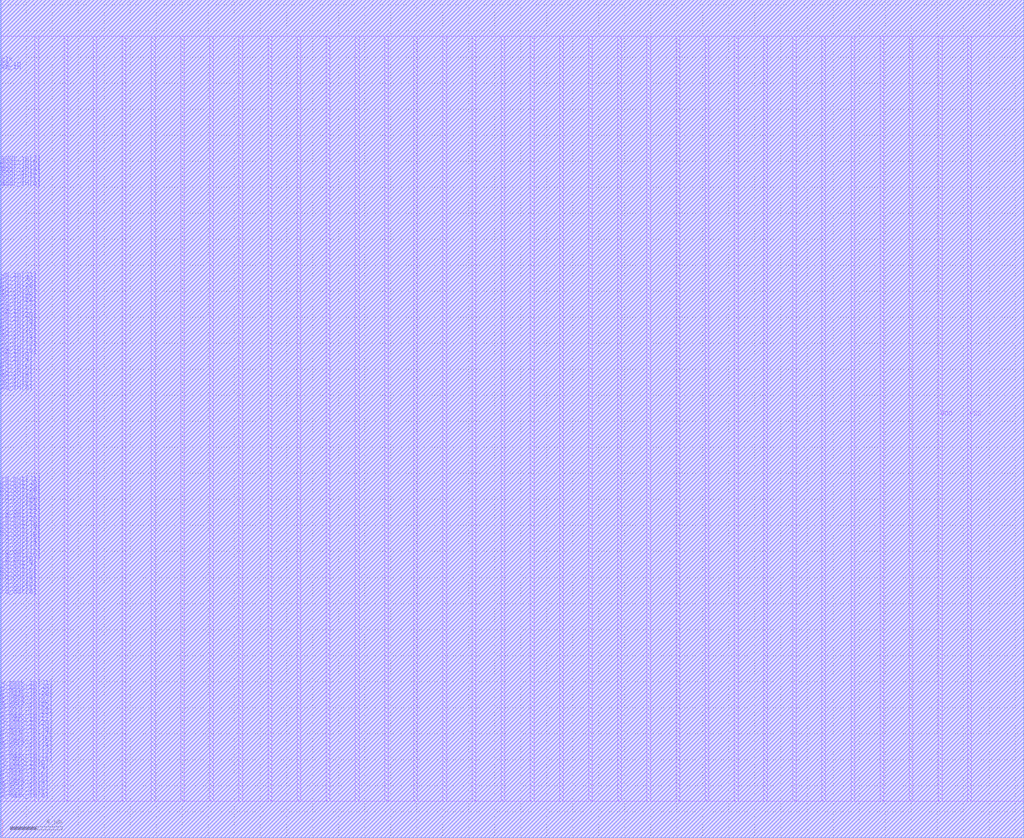
<source format=lef>
VERSION 5.7 ;
BUSBITCHARS "[]" ;
MACRO fakeram45_256x32_upper
  FOREIGN fakeram45_256x32_upper 0 0 ;
  SYMMETRY X Y R90 ;
  SIZE 0.19 BY 1.4 ;
  CLASS BLOCK ;
  PIN w_mask_in[0]
    DIRECTION INPUT ;
    USE SIGNAL ;
    SHAPE ABUTMENT ;
    PORT
      LAYER metal18 ;
      RECT 0.000 2.800 0.070 2.870 ;
    END
  END w_mask_in[0]
  PIN w_mask_in[1]
    DIRECTION INPUT ;
    USE SIGNAL ;
    SHAPE ABUTMENT ;
    PORT
      LAYER metal18 ;
      RECT 0.000 3.080 0.070 3.150 ;
    END
  END w_mask_in[1]
  PIN w_mask_in[2]
    DIRECTION INPUT ;
    USE SIGNAL ;
    SHAPE ABUTMENT ;
    PORT
      LAYER metal18 ;
      RECT 0.000 3.360 0.070 3.430 ;
    END
  END w_mask_in[2]
  PIN w_mask_in[3]
    DIRECTION INPUT ;
    USE SIGNAL ;
    SHAPE ABUTMENT ;
    PORT
      LAYER metal18 ;
      RECT 0.000 3.640 0.070 3.710 ;
    END
  END w_mask_in[3]
  PIN w_mask_in[4]
    DIRECTION INPUT ;
    USE SIGNAL ;
    SHAPE ABUTMENT ;
    PORT
      LAYER metal18 ;
      RECT 0.000 3.920 0.070 3.990 ;
    END
  END w_mask_in[4]
  PIN w_mask_in[5]
    DIRECTION INPUT ;
    USE SIGNAL ;
    SHAPE ABUTMENT ;
    PORT
      LAYER metal18 ;
      RECT 0.000 4.200 0.070 4.270 ;
    END
  END w_mask_in[5]
  PIN w_mask_in[6]
    DIRECTION INPUT ;
    USE SIGNAL ;
    SHAPE ABUTMENT ;
    PORT
      LAYER metal18 ;
      RECT 0.000 4.480 0.070 4.550 ;
    END
  END w_mask_in[6]
  PIN w_mask_in[7]
    DIRECTION INPUT ;
    USE SIGNAL ;
    SHAPE ABUTMENT ;
    PORT
      LAYER metal18 ;
      RECT 0.000 4.760 0.070 4.830 ;
    END
  END w_mask_in[7]
  PIN w_mask_in[8]
    DIRECTION INPUT ;
    USE SIGNAL ;
    SHAPE ABUTMENT ;
    PORT
      LAYER metal18 ;
      RECT 0.000 5.040 0.070 5.110 ;
    END
  END w_mask_in[8]
  PIN w_mask_in[9]
    DIRECTION INPUT ;
    USE SIGNAL ;
    SHAPE ABUTMENT ;
    PORT
      LAYER metal18 ;
      RECT 0.000 5.320 0.070 5.390 ;
    END
  END w_mask_in[9]
  PIN w_mask_in[10]
    DIRECTION INPUT ;
    USE SIGNAL ;
    SHAPE ABUTMENT ;
    PORT
      LAYER metal18 ;
      RECT 0.000 5.600 0.070 5.670 ;
    END
  END w_mask_in[10]
  PIN w_mask_in[11]
    DIRECTION INPUT ;
    USE SIGNAL ;
    SHAPE ABUTMENT ;
    PORT
      LAYER metal18 ;
      RECT 0.000 5.880 0.070 5.950 ;
    END
  END w_mask_in[11]
  PIN w_mask_in[12]
    DIRECTION INPUT ;
    USE SIGNAL ;
    SHAPE ABUTMENT ;
    PORT
      LAYER metal18 ;
      RECT 0.000 6.160 0.070 6.230 ;
    END
  END w_mask_in[12]
  PIN w_mask_in[13]
    DIRECTION INPUT ;
    USE SIGNAL ;
    SHAPE ABUTMENT ;
    PORT
      LAYER metal18 ;
      RECT 0.000 6.440 0.070 6.510 ;
    END
  END w_mask_in[13]
  PIN w_mask_in[14]
    DIRECTION INPUT ;
    USE SIGNAL ;
    SHAPE ABUTMENT ;
    PORT
      LAYER metal18 ;
      RECT 0.000 6.720 0.070 6.790 ;
    END
  END w_mask_in[14]
  PIN w_mask_in[15]
    DIRECTION INPUT ;
    USE SIGNAL ;
    SHAPE ABUTMENT ;
    PORT
      LAYER metal18 ;
      RECT 0.000 7.000 0.070 7.070 ;
    END
  END w_mask_in[15]
  PIN w_mask_in[16]
    DIRECTION INPUT ;
    USE SIGNAL ;
    SHAPE ABUTMENT ;
    PORT
      LAYER metal18 ;
      RECT 0.000 7.280 0.070 7.350 ;
    END
  END w_mask_in[16]
  PIN w_mask_in[17]
    DIRECTION INPUT ;
    USE SIGNAL ;
    SHAPE ABUTMENT ;
    PORT
      LAYER metal18 ;
      RECT 0.000 7.560 0.070 7.630 ;
    END
  END w_mask_in[17]
  PIN w_mask_in[18]
    DIRECTION INPUT ;
    USE SIGNAL ;
    SHAPE ABUTMENT ;
    PORT
      LAYER metal18 ;
      RECT 0.000 7.840 0.070 7.910 ;
    END
  END w_mask_in[18]
  PIN w_mask_in[19]
    DIRECTION INPUT ;
    USE SIGNAL ;
    SHAPE ABUTMENT ;
    PORT
      LAYER metal18 ;
      RECT 0.000 8.120 0.070 8.190 ;
    END
  END w_mask_in[19]
  PIN w_mask_in[20]
    DIRECTION INPUT ;
    USE SIGNAL ;
    SHAPE ABUTMENT ;
    PORT
      LAYER metal18 ;
      RECT 0.000 8.400 0.070 8.470 ;
    END
  END w_mask_in[20]
  PIN w_mask_in[21]
    DIRECTION INPUT ;
    USE SIGNAL ;
    SHAPE ABUTMENT ;
    PORT
      LAYER metal18 ;
      RECT 0.000 8.680 0.070 8.750 ;
    END
  END w_mask_in[21]
  PIN w_mask_in[22]
    DIRECTION INPUT ;
    USE SIGNAL ;
    SHAPE ABUTMENT ;
    PORT
      LAYER metal18 ;
      RECT 0.000 8.960 0.070 9.030 ;
    END
  END w_mask_in[22]
  PIN w_mask_in[23]
    DIRECTION INPUT ;
    USE SIGNAL ;
    SHAPE ABUTMENT ;
    PORT
      LAYER metal18 ;
      RECT 0.000 9.240 0.070 9.310 ;
    END
  END w_mask_in[23]
  PIN w_mask_in[24]
    DIRECTION INPUT ;
    USE SIGNAL ;
    SHAPE ABUTMENT ;
    PORT
      LAYER metal18 ;
      RECT 0.000 9.520 0.070 9.590 ;
    END
  END w_mask_in[24]
  PIN w_mask_in[25]
    DIRECTION INPUT ;
    USE SIGNAL ;
    SHAPE ABUTMENT ;
    PORT
      LAYER metal18 ;
      RECT 0.000 9.800 0.070 9.870 ;
    END
  END w_mask_in[25]
  PIN w_mask_in[26]
    DIRECTION INPUT ;
    USE SIGNAL ;
    SHAPE ABUTMENT ;
    PORT
      LAYER metal18 ;
      RECT 0.000 10.080 0.070 10.150 ;
    END
  END w_mask_in[26]
  PIN w_mask_in[27]
    DIRECTION INPUT ;
    USE SIGNAL ;
    SHAPE ABUTMENT ;
    PORT
      LAYER metal18 ;
      RECT 0.000 10.360 0.070 10.430 ;
    END
  END w_mask_in[27]
  PIN w_mask_in[28]
    DIRECTION INPUT ;
    USE SIGNAL ;
    SHAPE ABUTMENT ;
    PORT
      LAYER metal18 ;
      RECT 0.000 10.640 0.070 10.710 ;
    END
  END w_mask_in[28]
  PIN w_mask_in[29]
    DIRECTION INPUT ;
    USE SIGNAL ;
    SHAPE ABUTMENT ;
    PORT
      LAYER metal18 ;
      RECT 0.000 10.920 0.070 10.990 ;
    END
  END w_mask_in[29]
  PIN w_mask_in[30]
    DIRECTION INPUT ;
    USE SIGNAL ;
    SHAPE ABUTMENT ;
    PORT
      LAYER metal18 ;
      RECT 0.000 11.200 0.070 11.270 ;
    END
  END w_mask_in[30]
  PIN w_mask_in[31]
    DIRECTION INPUT ;
    USE SIGNAL ;
    SHAPE ABUTMENT ;
    PORT
      LAYER metal18 ;
      RECT 0.000 11.480 0.070 11.550 ;
    END
  END w_mask_in[31]
  PIN rd_out[0]
    DIRECTION OUTPUT ;
    USE SIGNAL ;
    SHAPE ABUTMENT ;
    PORT
      LAYER metal18 ;
      RECT 0.000 18.480 0.070 18.550 ;
    END
  END rd_out[0]
  PIN rd_out[1]
    DIRECTION OUTPUT ;
    USE SIGNAL ;
    SHAPE ABUTMENT ;
    PORT
      LAYER metal18 ;
      RECT 0.000 18.760 0.070 18.830 ;
    END
  END rd_out[1]
  PIN rd_out[2]
    DIRECTION OUTPUT ;
    USE SIGNAL ;
    SHAPE ABUTMENT ;
    PORT
      LAYER metal18 ;
      RECT 0.000 19.040 0.070 19.110 ;
    END
  END rd_out[2]
  PIN rd_out[3]
    DIRECTION OUTPUT ;
    USE SIGNAL ;
    SHAPE ABUTMENT ;
    PORT
      LAYER metal18 ;
      RECT 0.000 19.320 0.070 19.390 ;
    END
  END rd_out[3]
  PIN rd_out[4]
    DIRECTION OUTPUT ;
    USE SIGNAL ;
    SHAPE ABUTMENT ;
    PORT
      LAYER metal18 ;
      RECT 0.000 19.600 0.070 19.670 ;
    END
  END rd_out[4]
  PIN rd_out[5]
    DIRECTION OUTPUT ;
    USE SIGNAL ;
    SHAPE ABUTMENT ;
    PORT
      LAYER metal18 ;
      RECT 0.000 19.880 0.070 19.950 ;
    END
  END rd_out[5]
  PIN rd_out[6]
    DIRECTION OUTPUT ;
    USE SIGNAL ;
    SHAPE ABUTMENT ;
    PORT
      LAYER metal18 ;
      RECT 0.000 20.160 0.070 20.230 ;
    END
  END rd_out[6]
  PIN rd_out[7]
    DIRECTION OUTPUT ;
    USE SIGNAL ;
    SHAPE ABUTMENT ;
    PORT
      LAYER metal18 ;
      RECT 0.000 20.440 0.070 20.510 ;
    END
  END rd_out[7]
  PIN rd_out[8]
    DIRECTION OUTPUT ;
    USE SIGNAL ;
    SHAPE ABUTMENT ;
    PORT
      LAYER metal18 ;
      RECT 0.000 20.720 0.070 20.790 ;
    END
  END rd_out[8]
  PIN rd_out[9]
    DIRECTION OUTPUT ;
    USE SIGNAL ;
    SHAPE ABUTMENT ;
    PORT
      LAYER metal18 ;
      RECT 0.000 21.000 0.070 21.070 ;
    END
  END rd_out[9]
  PIN rd_out[10]
    DIRECTION OUTPUT ;
    USE SIGNAL ;
    SHAPE ABUTMENT ;
    PORT
      LAYER metal18 ;
      RECT 0.000 21.280 0.070 21.350 ;
    END
  END rd_out[10]
  PIN rd_out[11]
    DIRECTION OUTPUT ;
    USE SIGNAL ;
    SHAPE ABUTMENT ;
    PORT
      LAYER metal18 ;
      RECT 0.000 21.560 0.070 21.630 ;
    END
  END rd_out[11]
  PIN rd_out[12]
    DIRECTION OUTPUT ;
    USE SIGNAL ;
    SHAPE ABUTMENT ;
    PORT
      LAYER metal18 ;
      RECT 0.000 21.840 0.070 21.910 ;
    END
  END rd_out[12]
  PIN rd_out[13]
    DIRECTION OUTPUT ;
    USE SIGNAL ;
    SHAPE ABUTMENT ;
    PORT
      LAYER metal18 ;
      RECT 0.000 22.120 0.070 22.190 ;
    END
  END rd_out[13]
  PIN rd_out[14]
    DIRECTION OUTPUT ;
    USE SIGNAL ;
    SHAPE ABUTMENT ;
    PORT
      LAYER metal18 ;
      RECT 0.000 22.400 0.070 22.470 ;
    END
  END rd_out[14]
  PIN rd_out[15]
    DIRECTION OUTPUT ;
    USE SIGNAL ;
    SHAPE ABUTMENT ;
    PORT
      LAYER metal18 ;
      RECT 0.000 22.680 0.070 22.750 ;
    END
  END rd_out[15]
  PIN rd_out[16]
    DIRECTION OUTPUT ;
    USE SIGNAL ;
    SHAPE ABUTMENT ;
    PORT
      LAYER metal18 ;
      RECT 0.000 22.960 0.070 23.030 ;
    END
  END rd_out[16]
  PIN rd_out[17]
    DIRECTION OUTPUT ;
    USE SIGNAL ;
    SHAPE ABUTMENT ;
    PORT
      LAYER metal18 ;
      RECT 0.000 23.240 0.070 23.310 ;
    END
  END rd_out[17]
  PIN rd_out[18]
    DIRECTION OUTPUT ;
    USE SIGNAL ;
    SHAPE ABUTMENT ;
    PORT
      LAYER metal18 ;
      RECT 0.000 23.520 0.070 23.590 ;
    END
  END rd_out[18]
  PIN rd_out[19]
    DIRECTION OUTPUT ;
    USE SIGNAL ;
    SHAPE ABUTMENT ;
    PORT
      LAYER metal18 ;
      RECT 0.000 23.800 0.070 23.870 ;
    END
  END rd_out[19]
  PIN rd_out[20]
    DIRECTION OUTPUT ;
    USE SIGNAL ;
    SHAPE ABUTMENT ;
    PORT
      LAYER metal18 ;
      RECT 0.000 24.080 0.070 24.150 ;
    END
  END rd_out[20]
  PIN rd_out[21]
    DIRECTION OUTPUT ;
    USE SIGNAL ;
    SHAPE ABUTMENT ;
    PORT
      LAYER metal18 ;
      RECT 0.000 24.360 0.070 24.430 ;
    END
  END rd_out[21]
  PIN rd_out[22]
    DIRECTION OUTPUT ;
    USE SIGNAL ;
    SHAPE ABUTMENT ;
    PORT
      LAYER metal18 ;
      RECT 0.000 24.640 0.070 24.710 ;
    END
  END rd_out[22]
  PIN rd_out[23]
    DIRECTION OUTPUT ;
    USE SIGNAL ;
    SHAPE ABUTMENT ;
    PORT
      LAYER metal18 ;
      RECT 0.000 24.920 0.070 24.990 ;
    END
  END rd_out[23]
  PIN rd_out[24]
    DIRECTION OUTPUT ;
    USE SIGNAL ;
    SHAPE ABUTMENT ;
    PORT
      LAYER metal18 ;
      RECT 0.000 25.200 0.070 25.270 ;
    END
  END rd_out[24]
  PIN rd_out[25]
    DIRECTION OUTPUT ;
    USE SIGNAL ;
    SHAPE ABUTMENT ;
    PORT
      LAYER metal18 ;
      RECT 0.000 25.480 0.070 25.550 ;
    END
  END rd_out[25]
  PIN rd_out[26]
    DIRECTION OUTPUT ;
    USE SIGNAL ;
    SHAPE ABUTMENT ;
    PORT
      LAYER metal18 ;
      RECT 0.000 25.760 0.070 25.830 ;
    END
  END rd_out[26]
  PIN rd_out[27]
    DIRECTION OUTPUT ;
    USE SIGNAL ;
    SHAPE ABUTMENT ;
    PORT
      LAYER metal18 ;
      RECT 0.000 26.040 0.070 26.110 ;
    END
  END rd_out[27]
  PIN rd_out[28]
    DIRECTION OUTPUT ;
    USE SIGNAL ;
    SHAPE ABUTMENT ;
    PORT
      LAYER metal18 ;
      RECT 0.000 26.320 0.070 26.390 ;
    END
  END rd_out[28]
  PIN rd_out[29]
    DIRECTION OUTPUT ;
    USE SIGNAL ;
    SHAPE ABUTMENT ;
    PORT
      LAYER metal18 ;
      RECT 0.000 26.600 0.070 26.670 ;
    END
  END rd_out[29]
  PIN rd_out[30]
    DIRECTION OUTPUT ;
    USE SIGNAL ;
    SHAPE ABUTMENT ;
    PORT
      LAYER metal18 ;
      RECT 0.000 26.880 0.070 26.950 ;
    END
  END rd_out[30]
  PIN rd_out[31]
    DIRECTION OUTPUT ;
    USE SIGNAL ;
    SHAPE ABUTMENT ;
    PORT
      LAYER metal18 ;
      RECT 0.000 27.160 0.070 27.230 ;
    END
  END rd_out[31]
  PIN wd_in[0]
    DIRECTION INPUT ;
    USE SIGNAL ;
    SHAPE ABUTMENT ;
    PORT
      LAYER metal18 ;
      RECT 0.000 34.160 0.070 34.230 ;
    END
  END wd_in[0]
  PIN wd_in[1]
    DIRECTION INPUT ;
    USE SIGNAL ;
    SHAPE ABUTMENT ;
    PORT
      LAYER metal18 ;
      RECT 0.000 34.440 0.070 34.510 ;
    END
  END wd_in[1]
  PIN wd_in[2]
    DIRECTION INPUT ;
    USE SIGNAL ;
    SHAPE ABUTMENT ;
    PORT
      LAYER metal18 ;
      RECT 0.000 34.720 0.070 34.790 ;
    END
  END wd_in[2]
  PIN wd_in[3]
    DIRECTION INPUT ;
    USE SIGNAL ;
    SHAPE ABUTMENT ;
    PORT
      LAYER metal18 ;
      RECT 0.000 35.000 0.070 35.070 ;
    END
  END wd_in[3]
  PIN wd_in[4]
    DIRECTION INPUT ;
    USE SIGNAL ;
    SHAPE ABUTMENT ;
    PORT
      LAYER metal18 ;
      RECT 0.000 35.280 0.070 35.350 ;
    END
  END wd_in[4]
  PIN wd_in[5]
    DIRECTION INPUT ;
    USE SIGNAL ;
    SHAPE ABUTMENT ;
    PORT
      LAYER metal18 ;
      RECT 0.000 35.560 0.070 35.630 ;
    END
  END wd_in[5]
  PIN wd_in[6]
    DIRECTION INPUT ;
    USE SIGNAL ;
    SHAPE ABUTMENT ;
    PORT
      LAYER metal18 ;
      RECT 0.000 35.840 0.070 35.910 ;
    END
  END wd_in[6]
  PIN wd_in[7]
    DIRECTION INPUT ;
    USE SIGNAL ;
    SHAPE ABUTMENT ;
    PORT
      LAYER metal18 ;
      RECT 0.000 36.120 0.070 36.190 ;
    END
  END wd_in[7]
  PIN wd_in[8]
    DIRECTION INPUT ;
    USE SIGNAL ;
    SHAPE ABUTMENT ;
    PORT
      LAYER metal18 ;
      RECT 0.000 36.400 0.070 36.470 ;
    END
  END wd_in[8]
  PIN wd_in[9]
    DIRECTION INPUT ;
    USE SIGNAL ;
    SHAPE ABUTMENT ;
    PORT
      LAYER metal18 ;
      RECT 0.000 36.680 0.070 36.750 ;
    END
  END wd_in[9]
  PIN wd_in[10]
    DIRECTION INPUT ;
    USE SIGNAL ;
    SHAPE ABUTMENT ;
    PORT
      LAYER metal18 ;
      RECT 0.000 36.960 0.070 37.030 ;
    END
  END wd_in[10]
  PIN wd_in[11]
    DIRECTION INPUT ;
    USE SIGNAL ;
    SHAPE ABUTMENT ;
    PORT
      LAYER metal18 ;
      RECT 0.000 37.240 0.070 37.310 ;
    END
  END wd_in[11]
  PIN wd_in[12]
    DIRECTION INPUT ;
    USE SIGNAL ;
    SHAPE ABUTMENT ;
    PORT
      LAYER metal18 ;
      RECT 0.000 37.520 0.070 37.590 ;
    END
  END wd_in[12]
  PIN wd_in[13]
    DIRECTION INPUT ;
    USE SIGNAL ;
    SHAPE ABUTMENT ;
    PORT
      LAYER metal18 ;
      RECT 0.000 37.800 0.070 37.870 ;
    END
  END wd_in[13]
  PIN wd_in[14]
    DIRECTION INPUT ;
    USE SIGNAL ;
    SHAPE ABUTMENT ;
    PORT
      LAYER metal18 ;
      RECT 0.000 38.080 0.070 38.150 ;
    END
  END wd_in[14]
  PIN wd_in[15]
    DIRECTION INPUT ;
    USE SIGNAL ;
    SHAPE ABUTMENT ;
    PORT
      LAYER metal18 ;
      RECT 0.000 38.360 0.070 38.430 ;
    END
  END wd_in[15]
  PIN wd_in[16]
    DIRECTION INPUT ;
    USE SIGNAL ;
    SHAPE ABUTMENT ;
    PORT
      LAYER metal18 ;
      RECT 0.000 38.640 0.070 38.710 ;
    END
  END wd_in[16]
  PIN wd_in[17]
    DIRECTION INPUT ;
    USE SIGNAL ;
    SHAPE ABUTMENT ;
    PORT
      LAYER metal18 ;
      RECT 0.000 38.920 0.070 38.990 ;
    END
  END wd_in[17]
  PIN wd_in[18]
    DIRECTION INPUT ;
    USE SIGNAL ;
    SHAPE ABUTMENT ;
    PORT
      LAYER metal18 ;
      RECT 0.000 39.200 0.070 39.270 ;
    END
  END wd_in[18]
  PIN wd_in[19]
    DIRECTION INPUT ;
    USE SIGNAL ;
    SHAPE ABUTMENT ;
    PORT
      LAYER metal18 ;
      RECT 0.000 39.480 0.070 39.550 ;
    END
  END wd_in[19]
  PIN wd_in[20]
    DIRECTION INPUT ;
    USE SIGNAL ;
    SHAPE ABUTMENT ;
    PORT
      LAYER metal18 ;
      RECT 0.000 39.760 0.070 39.830 ;
    END
  END wd_in[20]
  PIN wd_in[21]
    DIRECTION INPUT ;
    USE SIGNAL ;
    SHAPE ABUTMENT ;
    PORT
      LAYER metal18 ;
      RECT 0.000 40.040 0.070 40.110 ;
    END
  END wd_in[21]
  PIN wd_in[22]
    DIRECTION INPUT ;
    USE SIGNAL ;
    SHAPE ABUTMENT ;
    PORT
      LAYER metal18 ;
      RECT 0.000 40.320 0.070 40.390 ;
    END
  END wd_in[22]
  PIN wd_in[23]
    DIRECTION INPUT ;
    USE SIGNAL ;
    SHAPE ABUTMENT ;
    PORT
      LAYER metal18 ;
      RECT 0.000 40.600 0.070 40.670 ;
    END
  END wd_in[23]
  PIN wd_in[24]
    DIRECTION INPUT ;
    USE SIGNAL ;
    SHAPE ABUTMENT ;
    PORT
      LAYER metal18 ;
      RECT 0.000 40.880 0.070 40.950 ;
    END
  END wd_in[24]
  PIN wd_in[25]
    DIRECTION INPUT ;
    USE SIGNAL ;
    SHAPE ABUTMENT ;
    PORT
      LAYER metal18 ;
      RECT 0.000 41.160 0.070 41.230 ;
    END
  END wd_in[25]
  PIN wd_in[26]
    DIRECTION INPUT ;
    USE SIGNAL ;
    SHAPE ABUTMENT ;
    PORT
      LAYER metal18 ;
      RECT 0.000 41.440 0.070 41.510 ;
    END
  END wd_in[26]
  PIN wd_in[27]
    DIRECTION INPUT ;
    USE SIGNAL ;
    SHAPE ABUTMENT ;
    PORT
      LAYER metal18 ;
      RECT 0.000 41.720 0.070 41.790 ;
    END
  END wd_in[27]
  PIN wd_in[28]
    DIRECTION INPUT ;
    USE SIGNAL ;
    SHAPE ABUTMENT ;
    PORT
      LAYER metal18 ;
      RECT 0.000 42.000 0.070 42.070 ;
    END
  END wd_in[28]
  PIN wd_in[29]
    DIRECTION INPUT ;
    USE SIGNAL ;
    SHAPE ABUTMENT ;
    PORT
      LAYER metal18 ;
      RECT 0.000 42.280 0.070 42.350 ;
    END
  END wd_in[29]
  PIN wd_in[30]
    DIRECTION INPUT ;
    USE SIGNAL ;
    SHAPE ABUTMENT ;
    PORT
      LAYER metal18 ;
      RECT 0.000 42.560 0.070 42.630 ;
    END
  END wd_in[30]
  PIN wd_in[31]
    DIRECTION INPUT ;
    USE SIGNAL ;
    SHAPE ABUTMENT ;
    PORT
      LAYER metal18 ;
      RECT 0.000 42.840 0.070 42.910 ;
    END
  END wd_in[31]
  PIN addr_in[0]
    DIRECTION INPUT ;
    USE SIGNAL ;
    SHAPE ABUTMENT ;
    PORT
      LAYER metal18 ;
      RECT 0.000 49.840 0.070 49.910 ;
    END
  END addr_in[0]
  PIN addr_in[1]
    DIRECTION INPUT ;
    USE SIGNAL ;
    SHAPE ABUTMENT ;
    PORT
      LAYER metal18 ;
      RECT 0.000 50.120 0.070 50.190 ;
    END
  END addr_in[1]
  PIN addr_in[2]
    DIRECTION INPUT ;
    USE SIGNAL ;
    SHAPE ABUTMENT ;
    PORT
      LAYER metal18 ;
      RECT 0.000 50.400 0.070 50.470 ;
    END
  END addr_in[2]
  PIN addr_in[3]
    DIRECTION INPUT ;
    USE SIGNAL ;
    SHAPE ABUTMENT ;
    PORT
      LAYER metal18 ;
      RECT 0.000 50.680 0.070 50.750 ;
    END
  END addr_in[3]
  PIN addr_in[4]
    DIRECTION INPUT ;
    USE SIGNAL ;
    SHAPE ABUTMENT ;
    PORT
      LAYER metal18 ;
      RECT 0.000 50.960 0.070 51.030 ;
    END
  END addr_in[4]
  PIN addr_in[5]
    DIRECTION INPUT ;
    USE SIGNAL ;
    SHAPE ABUTMENT ;
    PORT
      LAYER metal18 ;
      RECT 0.000 51.240 0.070 51.310 ;
    END
  END addr_in[5]
  PIN addr_in[6]
    DIRECTION INPUT ;
    USE SIGNAL ;
    SHAPE ABUTMENT ;
    PORT
      LAYER metal18 ;
      RECT 0.000 51.520 0.070 51.590 ;
    END
  END addr_in[6]
  PIN addr_in[7]
    DIRECTION INPUT ;
    USE SIGNAL ;
    SHAPE ABUTMENT ;
    PORT
      LAYER metal18 ;
      RECT 0.000 51.800 0.070 51.870 ;
    END
  END addr_in[7]
  PIN we_in
    DIRECTION INPUT ;
    USE SIGNAL ;
    SHAPE ABUTMENT ;
    PORT
      LAYER metal18 ;
      RECT 0.000 58.800 0.070 58.870 ;
    END
  END we_in
  PIN ce_in
    DIRECTION INPUT ;
    USE SIGNAL ;
    SHAPE ABUTMENT ;
    PORT
      LAYER metal18 ;
      RECT 0.000 59.080 0.070 59.150 ;
    END
  END ce_in
  PIN clk
    DIRECTION INPUT ;
    USE SIGNAL ;
    SHAPE ABUTMENT ;
    PORT
      LAYER metal18 ;
      RECT 0.000 59.360 0.070 59.430 ;
    END
  END clk
  PIN VSS
    DIRECTION INOUT ;
    USE GROUND ;
    PORT
      LAYER metal17 ;
      RECT 2.660 2.800 2.940 61.600 ;
      RECT 7.140 2.800 7.420 61.600 ;
      RECT 11.620 2.800 11.900 61.600 ;
      RECT 16.100 2.800 16.380 61.600 ;
      RECT 20.580 2.800 20.860 61.600 ;
      RECT 25.060 2.800 25.340 61.600 ;
      RECT 29.540 2.800 29.820 61.600 ;
      RECT 34.020 2.800 34.300 61.600 ;
      RECT 38.500 2.800 38.780 61.600 ;
      RECT 42.980 2.800 43.260 61.600 ;
      RECT 47.460 2.800 47.740 61.600 ;
      RECT 51.940 2.800 52.220 61.600 ;
      RECT 56.420 2.800 56.700 61.600 ;
      RECT 60.900 2.800 61.180 61.600 ;
      RECT 65.380 2.800 65.660 61.600 ;
      RECT 69.860 2.800 70.140 61.600 ;
      RECT 74.340 2.800 74.620 61.600 ;
    END
  END VSS
  PIN VDD
    DIRECTION INOUT ;
    USE POWER ;
    PORT
      LAYER metal17 ;
      RECT 4.900 2.800 5.180 61.600 ;
      RECT 9.380 2.800 9.660 61.600 ;
      RECT 13.860 2.800 14.140 61.600 ;
      RECT 18.340 2.800 18.620 61.600 ;
      RECT 22.820 2.800 23.100 61.600 ;
      RECT 27.300 2.800 27.580 61.600 ;
      RECT 31.780 2.800 32.060 61.600 ;
      RECT 36.260 2.800 36.540 61.600 ;
      RECT 40.740 2.800 41.020 61.600 ;
      RECT 45.220 2.800 45.500 61.600 ;
      RECT 49.700 2.800 49.980 61.600 ;
      RECT 54.180 2.800 54.460 61.600 ;
      RECT 58.660 2.800 58.940 61.600 ;
      RECT 63.140 2.800 63.420 61.600 ;
      RECT 67.620 2.800 67.900 61.600 ;
      RECT 72.100 2.800 72.380 61.600 ;
    END
  END VDD
  OBS
    LAYER metal20 ;
    RECT 0 0 78.660 64.400 ;
    LAYER metal19 ;
    RECT 0 0 78.660 64.400 ;
    LAYER metal18 ;
    RECT 0.070 0 78.660 64.400 ;
    RECT 0 0.000 0.070 2.800 ;
    RECT 0 2.870 0.070 3.080 ;
    RECT 0 3.150 0.070 3.360 ;
    RECT 0 3.430 0.070 3.640 ;
    RECT 0 3.710 0.070 3.920 ;
    RECT 0 3.990 0.070 4.200 ;
    RECT 0 4.270 0.070 4.480 ;
    RECT 0 4.550 0.070 4.760 ;
    RECT 0 4.830 0.070 5.040 ;
    RECT 0 5.110 0.070 5.320 ;
    RECT 0 5.390 0.070 5.600 ;
    RECT 0 5.670 0.070 5.880 ;
    RECT 0 5.950 0.070 6.160 ;
    RECT 0 6.230 0.070 6.440 ;
    RECT 0 6.510 0.070 6.720 ;
    RECT 0 6.790 0.070 7.000 ;
    RECT 0 7.070 0.070 7.280 ;
    RECT 0 7.350 0.070 7.560 ;
    RECT 0 7.630 0.070 7.840 ;
    RECT 0 7.910 0.070 8.120 ;
    RECT 0 8.190 0.070 8.400 ;
    RECT 0 8.470 0.070 8.680 ;
    RECT 0 8.750 0.070 8.960 ;
    RECT 0 9.030 0.070 9.240 ;
    RECT 0 9.310 0.070 9.520 ;
    RECT 0 9.590 0.070 9.800 ;
    RECT 0 9.870 0.070 10.080 ;
    RECT 0 10.150 0.070 10.360 ;
    RECT 0 10.430 0.070 10.640 ;
    RECT 0 10.710 0.070 10.920 ;
    RECT 0 10.990 0.070 11.200 ;
    RECT 0 11.270 0.070 11.480 ;
    RECT 0 11.550 0.070 18.480 ;
    RECT 0 18.550 0.070 18.760 ;
    RECT 0 18.830 0.070 19.040 ;
    RECT 0 19.110 0.070 19.320 ;
    RECT 0 19.390 0.070 19.600 ;
    RECT 0 19.670 0.070 19.880 ;
    RECT 0 19.950 0.070 20.160 ;
    RECT 0 20.230 0.070 20.440 ;
    RECT 0 20.510 0.070 20.720 ;
    RECT 0 20.790 0.070 21.000 ;
    RECT 0 21.070 0.070 21.280 ;
    RECT 0 21.350 0.070 21.560 ;
    RECT 0 21.630 0.070 21.840 ;
    RECT 0 21.910 0.070 22.120 ;
    RECT 0 22.190 0.070 22.400 ;
    RECT 0 22.470 0.070 22.680 ;
    RECT 0 22.750 0.070 22.960 ;
    RECT 0 23.030 0.070 23.240 ;
    RECT 0 23.310 0.070 23.520 ;
    RECT 0 23.590 0.070 23.800 ;
    RECT 0 23.870 0.070 24.080 ;
    RECT 0 24.150 0.070 24.360 ;
    RECT 0 24.430 0.070 24.640 ;
    RECT 0 24.710 0.070 24.920 ;
    RECT 0 24.990 0.070 25.200 ;
    RECT 0 25.270 0.070 25.480 ;
    RECT 0 25.550 0.070 25.760 ;
    RECT 0 25.830 0.070 26.040 ;
    RECT 0 26.110 0.070 26.320 ;
    RECT 0 26.390 0.070 26.600 ;
    RECT 0 26.670 0.070 26.880 ;
    RECT 0 26.950 0.070 27.160 ;
    RECT 0 27.230 0.070 34.160 ;
    RECT 0 34.230 0.070 34.440 ;
    RECT 0 34.510 0.070 34.720 ;
    RECT 0 34.790 0.070 35.000 ;
    RECT 0 35.070 0.070 35.280 ;
    RECT 0 35.350 0.070 35.560 ;
    RECT 0 35.630 0.070 35.840 ;
    RECT 0 35.910 0.070 36.120 ;
    RECT 0 36.190 0.070 36.400 ;
    RECT 0 36.470 0.070 36.680 ;
    RECT 0 36.750 0.070 36.960 ;
    RECT 0 37.030 0.070 37.240 ;
    RECT 0 37.310 0.070 37.520 ;
    RECT 0 37.590 0.070 37.800 ;
    RECT 0 37.870 0.070 38.080 ;
    RECT 0 38.150 0.070 38.360 ;
    RECT 0 38.430 0.070 38.640 ;
    RECT 0 38.710 0.070 38.920 ;
    RECT 0 38.990 0.070 39.200 ;
    RECT 0 39.270 0.070 39.480 ;
    RECT 0 39.550 0.070 39.760 ;
    RECT 0 39.830 0.070 40.040 ;
    RECT 0 40.110 0.070 40.320 ;
    RECT 0 40.390 0.070 40.600 ;
    RECT 0 40.670 0.070 40.880 ;
    RECT 0 40.950 0.070 41.160 ;
    RECT 0 41.230 0.070 41.440 ;
    RECT 0 41.510 0.070 41.720 ;
    RECT 0 41.790 0.070 42.000 ;
    RECT 0 42.070 0.070 42.280 ;
    RECT 0 42.350 0.070 42.560 ;
    RECT 0 42.630 0.070 42.840 ;
    RECT 0 42.910 0.070 49.840 ;
    RECT 0 49.910 0.070 50.120 ;
    RECT 0 50.190 0.070 50.400 ;
    RECT 0 50.470 0.070 50.680 ;
    RECT 0 50.750 0.070 50.960 ;
    RECT 0 51.030 0.070 51.240 ;
    RECT 0 51.310 0.070 51.520 ;
    RECT 0 51.590 0.070 51.800 ;
    RECT 0 51.870 0.070 58.800 ;
    RECT 0 58.870 0.070 59.080 ;
    RECT 0 59.150 0.070 59.360 ;
    RECT 0 59.430 0.070 64.400 ;
    LAYER metal17 ;
    RECT 0 0 78.660 2.800 ;
    RECT 0 61.600 78.660 64.400 ;
    RECT 0.000 2.800 2.660 61.600 ;
    RECT 2.940 2.800 4.900 61.600 ;
    RECT 5.180 2.800 7.140 61.600 ;
    RECT 7.420 2.800 9.380 61.600 ;
    RECT 9.660 2.800 11.620 61.600 ;
    RECT 11.900 2.800 13.860 61.600 ;
    RECT 14.140 2.800 16.100 61.600 ;
    RECT 16.380 2.800 18.340 61.600 ;
    RECT 18.620 2.800 20.580 61.600 ;
    RECT 20.860 2.800 22.820 61.600 ;
    RECT 23.100 2.800 25.060 61.600 ;
    RECT 25.340 2.800 27.300 61.600 ;
    RECT 27.580 2.800 29.540 61.600 ;
    RECT 29.820 2.800 31.780 61.600 ;
    RECT 32.060 2.800 34.020 61.600 ;
    RECT 34.300 2.800 36.260 61.600 ;
    RECT 36.540 2.800 38.500 61.600 ;
    RECT 38.780 2.800 40.740 61.600 ;
    RECT 41.020 2.800 42.980 61.600 ;
    RECT 43.260 2.800 45.220 61.600 ;
    RECT 45.500 2.800 47.460 61.600 ;
    RECT 47.740 2.800 49.700 61.600 ;
    RECT 49.980 2.800 51.940 61.600 ;
    RECT 52.220 2.800 54.180 61.600 ;
    RECT 54.460 2.800 56.420 61.600 ;
    RECT 56.700 2.800 58.660 61.600 ;
    RECT 58.940 2.800 60.900 61.600 ;
    RECT 61.180 2.800 63.140 61.600 ;
    RECT 63.420 2.800 65.380 61.600 ;
    RECT 65.660 2.800 67.620 61.600 ;
    RECT 67.900 2.800 69.860 61.600 ;
    RECT 70.140 2.800 72.100 61.600 ;
    RECT 72.380 2.800 74.340 61.600 ;
    RECT 74.620 2.800 78.660 61.600 ;
  END
END fakeram45_256x32_upper

END LIBRARY

</source>
